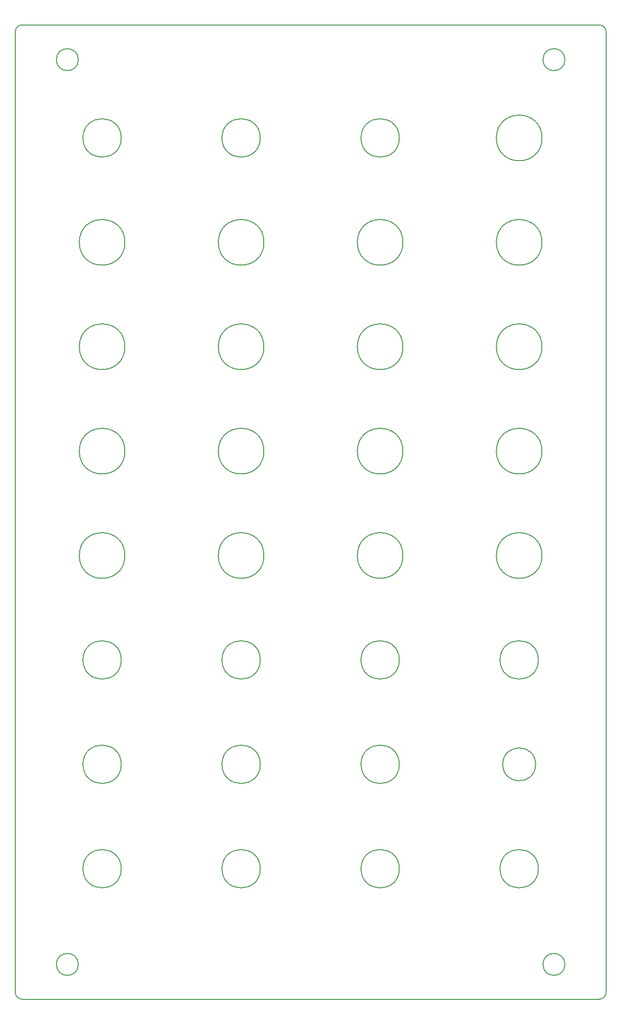
<source format=gbr>
G04 #@! TF.GenerationSoftware,KiCad,Pcbnew,(5.1.2-1)-1*
G04 #@! TF.CreationDate,2019-08-21T15:26:35+02:00*
G04 #@! TF.ProjectId,Benjolin_Panel,42656e6a-6f6c-4696-9e5f-50616e656c2e,rev?*
G04 #@! TF.SameCoordinates,Original*
G04 #@! TF.FileFunction,Profile,NP*
%FSLAX46Y46*%
G04 Gerber Fmt 4.6, Leading zero omitted, Abs format (unit mm)*
G04 Created by KiCad (PCBNEW (5.1.2-1)-1) date 2019-08-21 15:26:35*
%MOMM*%
%LPD*%
G04 APERTURE LIST*
%ADD10C,0.150000*%
G04 APERTURE END LIST*
D10*
X173990000Y-190500000D02*
X68580000Y-190500000D01*
X173990000Y-12700000D02*
G75*
G02X175260000Y-13970000I0J-1270000D01*
G01*
X68580000Y-12700000D02*
X173990000Y-12700000D01*
X67310000Y-189230000D02*
X67310000Y-13970000D01*
X68580000Y-190500000D02*
G75*
G02X67310000Y-189230000I0J1270000D01*
G01*
X175260000Y-189230000D02*
G75*
G02X173990000Y-190500000I-1270000J0D01*
G01*
X67310000Y-13970000D02*
G75*
G02X68580000Y-12700000I1270000J0D01*
G01*
X175260000Y-13970000D02*
X175260000Y-189230000D01*
X112085000Y-147637500D02*
G75*
G03X112085000Y-147637500I-3500000J0D01*
G01*
X137485000Y-128587500D02*
G75*
G03X137485000Y-128587500I-3500000J0D01*
G01*
X86685000Y-128587500D02*
G75*
G03X86685000Y-128587500I-3500000J0D01*
G01*
X137485000Y-166687500D02*
G75*
G03X137485000Y-166687500I-3500000J0D01*
G01*
X162885000Y-128587500D02*
G75*
G03X162885000Y-128587500I-3500000J0D01*
G01*
X167735000Y-19050000D02*
G75*
G03X167735000Y-19050000I-2000000J0D01*
G01*
X137485000Y-147637500D02*
G75*
G03X137485000Y-147637500I-3500000J0D01*
G01*
X78835000Y-184150000D02*
G75*
G03X78835000Y-184150000I-2000000J0D01*
G01*
X112085000Y-128587500D02*
G75*
G03X112085000Y-128587500I-3500000J0D01*
G01*
X137485000Y-33337500D02*
G75*
G03X137485000Y-33337500I-3500000J0D01*
G01*
X112085000Y-166687500D02*
G75*
G03X112085000Y-166687500I-3500000J0D01*
G01*
X112077500Y-33337500D02*
G75*
G03X112077500Y-33337500I-3500000J0D01*
G01*
X86685000Y-147637500D02*
G75*
G03X86685000Y-147637500I-3500000J0D01*
G01*
X167735000Y-184150000D02*
G75*
G03X167735000Y-184150000I-2000000J0D01*
G01*
X162885000Y-166687500D02*
G75*
G03X162885000Y-166687500I-3500000J0D01*
G01*
X86685000Y-166687500D02*
G75*
G03X86685000Y-166687500I-3500000J0D01*
G01*
X86685000Y-33337500D02*
G75*
G03X86685000Y-33337500I-3500000J0D01*
G01*
X78835000Y-19050000D02*
G75*
G03X78835000Y-19050000I-2000000J0D01*
G01*
X162385000Y-147645000D02*
G75*
G03X162385000Y-147645000I-3000000J0D01*
G01*
X163550600Y-52387500D02*
G75*
G03X163550600Y-52387500I-4165600J0D01*
G01*
X138150600Y-90487500D02*
G75*
G03X138150600Y-90487500I-4165600J0D01*
G01*
X112750600Y-109537500D02*
G75*
G03X112750600Y-109537500I-4165600J0D01*
G01*
X87350600Y-71437500D02*
G75*
G03X87350600Y-71437500I-4165600J0D01*
G01*
X87350600Y-90487500D02*
G75*
G03X87350600Y-90487500I-4165600J0D01*
G01*
X138150600Y-109537500D02*
G75*
G03X138150600Y-109537500I-4165600J0D01*
G01*
X163550600Y-90487500D02*
G75*
G03X163550600Y-90487500I-4165600J0D01*
G01*
X163550600Y-109537500D02*
G75*
G03X163550600Y-109537500I-4165600J0D01*
G01*
X87350600Y-109537500D02*
G75*
G03X87350600Y-109537500I-4165600J0D01*
G01*
X163550600Y-33337500D02*
G75*
G03X163550600Y-33337500I-4165600J0D01*
G01*
X163550600Y-71437500D02*
G75*
G03X163550600Y-71437500I-4165600J0D01*
G01*
X112750600Y-90487500D02*
G75*
G03X112750600Y-90487500I-4165600J0D01*
G01*
X138150600Y-71437500D02*
G75*
G03X138150600Y-71437500I-4165600J0D01*
G01*
X87350600Y-52387500D02*
G75*
G03X87350600Y-52387500I-4165600J0D01*
G01*
X112750600Y-71437500D02*
G75*
G03X112750600Y-71437500I-4165600J0D01*
G01*
X112750600Y-52387500D02*
G75*
G03X112750600Y-52387500I-4165600J0D01*
G01*
X138150600Y-52387500D02*
G75*
G03X138150600Y-52387500I-4165600J0D01*
G01*
M02*

</source>
